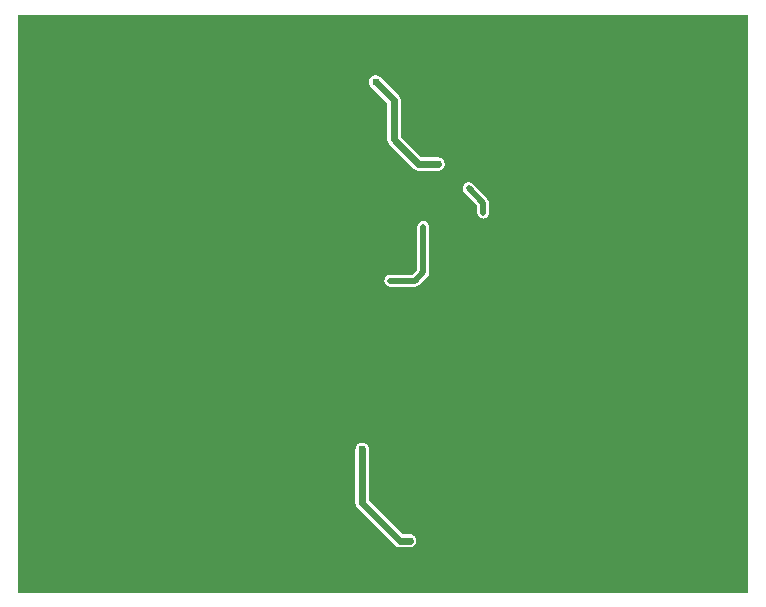
<source format=gbl>
G04*
G04 #@! TF.GenerationSoftware,Altium Limited,Altium Designer,24.9.1 (31)*
G04*
G04 Layer_Physical_Order=4*
G04 Layer_Color=16711680*
%FSLAX44Y44*%
%MOMM*%
G71*
G04*
G04 #@! TF.SameCoordinates,8590F6A5-7837-48F7-9A02-AE0D2931B4B9*
G04*
G04*
G04 #@! TF.FilePolarity,Positive*
G04*
G01*
G75*
%ADD21R,20.0000X14.0000*%
%ADD23R,20.0000X40.0000*%
%ADD50C,0.4860*%
%ADD55C,0.6096*%
%ADD56C,0.8000*%
%ADD57C,0.6100*%
%ADD58C,1.8000*%
%ADD59C,0.4860*%
%ADD60C,0.6000*%
%ADD61C,0.7000*%
%ADD62C,0.4500*%
G36*
X1128649Y574675D02*
X510540D01*
Y1064006D01*
X1128649D01*
Y574675D01*
D02*
G37*
%LPC*%
G36*
X813054Y1012807D02*
X812514Y1012700D01*
X811942D01*
X811414Y1012481D01*
X810874Y1012374D01*
X810416Y1012068D01*
X809887Y1011849D01*
X809483Y1011445D01*
X809025Y1011139D01*
X808719Y1010681D01*
X808315Y1010276D01*
X808096Y1009748D01*
X807790Y1009290D01*
X807683Y1008750D01*
X807464Y1008222D01*
Y1007650D01*
X807356Y1007110D01*
X807464Y1006570D01*
Y1005998D01*
X807683Y1005470D01*
X807790Y1004930D01*
X808096Y1004472D01*
X808315Y1003943D01*
X808719Y1003539D01*
X809025Y1003081D01*
X822850Y989256D01*
Y958342D01*
X823284Y956162D01*
X824519Y954313D01*
X845347Y933485D01*
X847196Y932250D01*
X849376Y931816D01*
X865886D01*
X866426Y931924D01*
X866998D01*
X867526Y932143D01*
X868066Y932250D01*
X868524Y932556D01*
X869053Y932775D01*
X869457Y933179D01*
X869915Y933485D01*
X870221Y933943D01*
X870625Y934348D01*
X870844Y934875D01*
X871150Y935334D01*
X871257Y935874D01*
X871476Y936402D01*
Y936974D01*
X871583Y937514D01*
X871476Y938054D01*
Y938626D01*
X871257Y939154D01*
X871150Y939694D01*
X870844Y940153D01*
X870625Y940680D01*
X870221Y941085D01*
X869915Y941543D01*
X869457Y941849D01*
X869053Y942253D01*
X868524Y942472D01*
X868066Y942778D01*
X867526Y942885D01*
X866998Y943104D01*
X866426D01*
X865886Y943212D01*
X851736D01*
X834246Y960702D01*
Y991616D01*
X833812Y993796D01*
X832577Y995645D01*
X817083Y1011139D01*
X816625Y1011445D01*
X816220Y1011849D01*
X815692Y1012068D01*
X815234Y1012374D01*
X814694Y1012481D01*
X814166Y1012700D01*
X813594D01*
X813054Y1012807D01*
D02*
G37*
G36*
X891794Y922007D02*
X891304Y921910D01*
X890805D01*
X890344Y921719D01*
X889855Y921622D01*
X889440Y921344D01*
X888979Y921153D01*
X888626Y920800D01*
X888211Y920523D01*
X887934Y920108D01*
X887581Y919755D01*
X887390Y919294D01*
X887112Y918879D01*
X887015Y918390D01*
X886824Y917929D01*
Y917430D01*
X886727Y916940D01*
X886824Y916451D01*
Y915951D01*
X887015Y915490D01*
X887112Y915001D01*
X887390Y914586D01*
X887581Y914125D01*
X887934Y913772D01*
X888211Y913357D01*
X899173Y902395D01*
Y896366D01*
X899270Y895876D01*
Y895377D01*
X899461Y894916D01*
X899558Y894427D01*
X899836Y894012D01*
X900027Y893551D01*
X900380Y893198D01*
X900657Y892783D01*
X901072Y892506D01*
X901425Y892153D01*
X901886Y891962D01*
X902301Y891684D01*
X902790Y891587D01*
X903251Y891396D01*
X903751D01*
X904240Y891299D01*
X904730Y891396D01*
X905229D01*
X905690Y891587D01*
X906179Y891684D01*
X906594Y891962D01*
X907055Y892153D01*
X907408Y892506D01*
X907823Y892783D01*
X908100Y893198D01*
X908453Y893551D01*
X908644Y894012D01*
X908922Y894427D01*
X909019Y894916D01*
X909210Y895377D01*
Y895876D01*
X909307Y896366D01*
Y904494D01*
X908922Y906433D01*
X907823Y908077D01*
X895377Y920523D01*
X894962Y920800D01*
X894609Y921153D01*
X894148Y921344D01*
X893733Y921622D01*
X893244Y921719D01*
X892783Y921910D01*
X892283D01*
X891794Y922007D01*
D02*
G37*
G36*
X853440Y889241D02*
X852951Y889144D01*
X852451D01*
X851990Y888953D01*
X851501Y888856D01*
X851086Y888578D01*
X850625Y888387D01*
X850272Y888034D01*
X849857Y887757D01*
X849580Y887342D01*
X849227Y886989D01*
X849036Y886528D01*
X848758Y886113D01*
X848661Y885624D01*
X848470Y885163D01*
Y884663D01*
X848373Y884174D01*
Y847919D01*
X844229Y843775D01*
X825500D01*
X825011Y843678D01*
X824511D01*
X824050Y843487D01*
X823561Y843390D01*
X823146Y843112D01*
X822685Y842921D01*
X822332Y842568D01*
X821917Y842291D01*
X821640Y841876D01*
X821287Y841523D01*
X821096Y841062D01*
X820818Y840647D01*
X820721Y840158D01*
X820530Y839697D01*
Y839197D01*
X820433Y838708D01*
X820530Y838219D01*
Y837719D01*
X820721Y837258D01*
X820818Y836769D01*
X821096Y836354D01*
X821287Y835893D01*
X821640Y835540D01*
X821917Y835125D01*
X822332Y834848D01*
X822685Y834495D01*
X823146Y834304D01*
X823561Y834026D01*
X824050Y833929D01*
X824511Y833738D01*
X825011D01*
X825500Y833641D01*
X846328D01*
X848267Y834026D01*
X849911Y835125D01*
X857023Y842237D01*
X858122Y843881D01*
X858507Y845820D01*
Y884174D01*
X858410Y884663D01*
Y885163D01*
X858219Y885624D01*
X858122Y886113D01*
X857844Y886528D01*
X857653Y886989D01*
X857300Y887342D01*
X857023Y887757D01*
X856608Y888034D01*
X856255Y888387D01*
X855794Y888578D01*
X855379Y888856D01*
X854890Y888953D01*
X854429Y889144D01*
X853930D01*
X853440Y889241D01*
D02*
G37*
G36*
X801751Y701783D02*
X801216Y701677D01*
X800639D01*
X800106Y701456D01*
X799571Y701350D01*
X799117Y701047D01*
X798585Y700826D01*
X798177Y700418D01*
X797722Y700115D01*
X797418Y699660D01*
X797012Y699253D01*
X796792Y698723D01*
X796487Y698266D01*
X796380Y697728D01*
X796161Y697199D01*
Y696626D01*
X796053Y696086D01*
Y650621D01*
X796487Y648441D01*
X797722Y646592D01*
X829726Y614588D01*
X831575Y613353D01*
X833755Y612920D01*
X841883D01*
X842423Y613027D01*
X842995D01*
X843523Y613246D01*
X844063Y613353D01*
X844521Y613659D01*
X845050Y613878D01*
X845454Y614282D01*
X845912Y614588D01*
X846218Y615046D01*
X846622Y615451D01*
X846841Y615979D01*
X847147Y616437D01*
X847254Y616977D01*
X847473Y617505D01*
Y618077D01*
X847580Y618617D01*
X847473Y619157D01*
Y619729D01*
X847254Y620257D01*
X847147Y620797D01*
X846841Y621255D01*
X846622Y621783D01*
X846218Y622188D01*
X845912Y622646D01*
X845454Y622952D01*
X845050Y623356D01*
X844521Y623575D01*
X844063Y623881D01*
X843523Y623988D01*
X842995Y624207D01*
X842423D01*
X841883Y624314D01*
X836115D01*
X807449Y652981D01*
Y696086D01*
X807341Y696626D01*
Y697199D01*
X807122Y697728D01*
X807015Y698266D01*
X806710Y698723D01*
X806490Y699253D01*
X806084Y699660D01*
X805780Y700115D01*
X805325Y700418D01*
X804918Y700826D01*
X804385Y701047D01*
X803931Y701350D01*
X803396Y701456D01*
X802863Y701677D01*
X802286D01*
X801751Y701783D01*
D02*
G37*
%LPD*%
D21*
X615320Y977900D02*
D03*
X613790Y660020D02*
D03*
D23*
X1023490Y815590D02*
D03*
D50*
X904240Y896366D02*
Y904494D01*
X891794Y916940D02*
X904240Y904494D01*
X853440Y845820D02*
Y884174D01*
X846328Y838708D02*
X853440Y845820D01*
X825500Y838708D02*
X846328D01*
D55*
X801751Y650621D02*
Y696086D01*
Y650621D02*
X833755Y618617D01*
X841883D01*
X813054Y1007110D02*
X828548Y991616D01*
Y958342D02*
Y991616D01*
X849376Y937514D02*
X865886D01*
X828548Y958342D02*
X849376Y937514D01*
D56*
X878840Y855472D02*
D03*
X821690Y927862D02*
D03*
D57*
X841883Y618617D02*
D03*
X801751Y696087D02*
D03*
X813054Y1007110D02*
D03*
X865886Y937514D02*
D03*
D58*
X878927Y1051457D02*
D03*
X927354Y1052068D02*
D03*
D59*
X904240Y896366D02*
D03*
X853440Y884174D02*
D03*
X891794Y916940D02*
D03*
X825500Y838708D02*
D03*
X853694Y896620D02*
D03*
D60*
X797560Y740410D02*
D03*
X785622Y750062D02*
D03*
X745998Y801878D02*
D03*
D61*
X744220Y894842D02*
D03*
D62*
X823976Y824992D02*
D03*
X840645Y875697D02*
D03*
M02*

</source>
